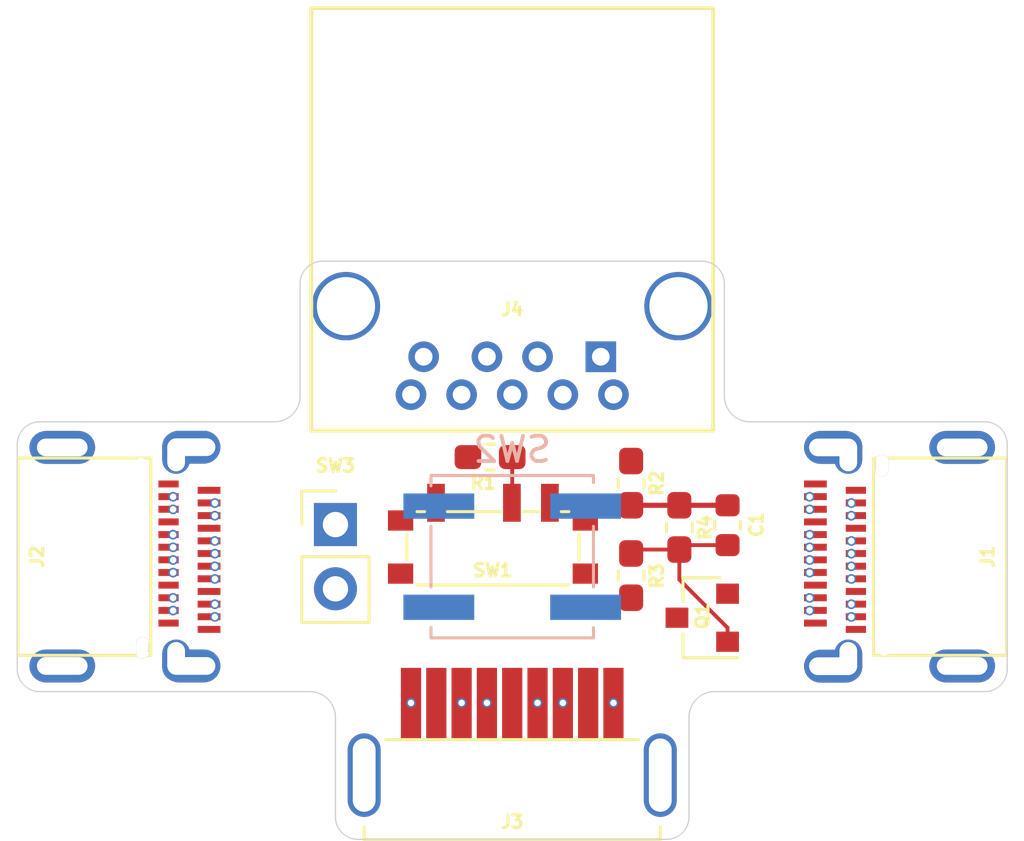
<source format=kicad_pcb>
(kicad_pcb (version 20171130) (host pcbnew 5.1.5+dfsg1-2build2)

  (general
    (thickness 1.6)
    (drawings 24)
    (tracks 50)
    (zones 0)
    (modules 13)
    (nets 25)
  )

  (page A4)
  (layers
    (0 F.Cu signal)
    (31 B.Cu signal)
    (32 B.Adhes user)
    (33 F.Adhes user)
    (34 B.Paste user)
    (35 F.Paste user)
    (36 B.SilkS user)
    (37 F.SilkS user)
    (38 B.Mask user)
    (39 F.Mask user)
    (40 Dwgs.User user)
    (41 Cmts.User user)
    (42 Eco1.User user)
    (43 Eco2.User user)
    (44 Edge.Cuts user)
    (45 Margin user)
    (46 B.CrtYd user)
    (47 F.CrtYd user)
    (48 B.Fab user)
    (49 F.Fab user)
  )

  (setup
    (last_trace_width 0.1524)
    (trace_clearance 0.16)
    (zone_clearance 0.508)
    (zone_45_only no)
    (trace_min 0.1524)
    (via_size 0.381)
    (via_drill 0.254)
    (via_min_size 0.381)
    (via_min_drill 0.254)
    (uvia_size 0.3)
    (uvia_drill 0.1)
    (uvias_allowed no)
    (uvia_min_size 0.2)
    (uvia_min_drill 0.1)
    (edge_width 0.05)
    (segment_width 0.1524)
    (pcb_text_width 0.3)
    (pcb_text_size 1.5 1.5)
    (mod_edge_width 0.12)
    (mod_text_size 1 1)
    (mod_text_width 0.15)
    (pad_size 1.524 1.524)
    (pad_drill 0.762)
    (pad_to_mask_clearance 0.051)
    (solder_mask_min_width 0.25)
    (aux_axis_origin 0 0)
    (visible_elements FFFFFF7F)
    (pcbplotparams
      (layerselection 0x010fc_ffffffff)
      (usegerberextensions false)
      (usegerberattributes false)
      (usegerberadvancedattributes false)
      (creategerberjobfile false)
      (excludeedgelayer true)
      (linewidth 0.100000)
      (plotframeref false)
      (viasonmask false)
      (mode 1)
      (useauxorigin false)
      (hpglpennumber 1)
      (hpglpenspeed 20)
      (hpglpendiameter 15.000000)
      (psnegative false)
      (psa4output false)
      (plotreference true)
      (plotvalue true)
      (plotinvisibletext false)
      (padsonsilk false)
      (subtractmaskfromsilk false)
      (outputformat 1)
      (mirror false)
      (drillshape 1)
      (scaleselection 1)
      (outputdirectory ""))
  )

  (net 0 "")
  (net 1 "Net-(C1-Pad2)")
  (net 2 VBUS)
  (net 3 "Net-(J1-PadB8)")
  (net 4 "Net-(J1-PadB2)")
  (net 5 "Net-(J1-PadB6)")
  (net 6 GND)
  (net 7 "Net-(J1-PadB11)")
  (net 8 "Net-(J1-PadB7)")
  (net 9 "Net-(J1-PadB5)")
  (net 10 "Net-(J1-PadB10)")
  (net 11 "Net-(J1-PadB3)")
  (net 12 "Net-(J1-PadA10)")
  (net 13 "Net-(J1-PadA11)")
  (net 14 "Net-(J1-PadA7)")
  (net 15 "Net-(J1-PadA8)")
  (net 16 "Net-(J1-PadA5)")
  (net 17 "Net-(J1-PadA6)")
  (net 18 "Net-(J1-PadA3)")
  (net 19 "Net-(J1-PadA2)")
  (net 20 SHIELD)
  (net 21 /VBUS_SINK)
  (net 22 "Net-(J2-PadA10)")
  (net 23 "Net-(R1-Pad2)")
  (net 24 "Net-(R2-Pad2)")

  (net_class Default "This is the default net class."
    (clearance 0.16)
    (trace_width 0.1524)
    (via_dia 0.381)
    (via_drill 0.254)
    (uvia_dia 0.3)
    (uvia_drill 0.1)
    (add_net "Net-(C1-Pad2)")
    (add_net "Net-(J1-PadA10)")
    (add_net "Net-(J1-PadA11)")
    (add_net "Net-(J1-PadA2)")
    (add_net "Net-(J1-PadA3)")
    (add_net "Net-(J1-PadA5)")
    (add_net "Net-(J1-PadA6)")
    (add_net "Net-(J1-PadA7)")
    (add_net "Net-(J1-PadA8)")
    (add_net "Net-(J1-PadB10)")
    (add_net "Net-(J1-PadB11)")
    (add_net "Net-(J1-PadB2)")
    (add_net "Net-(J1-PadB3)")
    (add_net "Net-(J1-PadB5)")
    (add_net "Net-(J1-PadB6)")
    (add_net "Net-(J1-PadB7)")
    (add_net "Net-(J1-PadB8)")
    (add_net "Net-(J2-PadA10)")
    (add_net "Net-(R1-Pad2)")
    (add_net "Net-(R2-Pad2)")
  )

  (net_class Power ""
    (clearance 0.16)
    (trace_width 0.2032)
    (via_dia 0.508)
    (via_drill 0.3302)
    (uvia_dia 0.3)
    (uvia_drill 0.1)
    (add_net /VBUS_SINK)
    (add_net GND)
    (add_net SHIELD)
    (add_net VBUS)
  )

  (module Connector_PinHeader_2.54mm:PinHeader_1x02_P2.54mm_Vertical (layer F.Cu) (tedit 59FED5CC) (tstamp 5FD6D91B)
    (at 145.415 101.6)
    (descr "Through hole straight pin header, 1x02, 2.54mm pitch, single row")
    (tags "Through hole pin header THT 1x02 2.54mm single row")
    (path /5FE36070)
    (fp_text reference SW3 (at 0 -2.33) (layer F.SilkS)
      (effects (font (size 0.5 0.5) (thickness 0.125)))
    )
    (fp_text value SW_Push (at 0 4.87) (layer F.Fab)
      (effects (font (size 1 1) (thickness 0.15)))
    )
    (fp_text user %R (at 0 1.27 90) (layer F.Fab)
      (effects (font (size 1 1) (thickness 0.15)))
    )
    (fp_line (start 1.8 -1.8) (end -1.8 -1.8) (layer F.CrtYd) (width 0.05))
    (fp_line (start 1.8 4.35) (end 1.8 -1.8) (layer F.CrtYd) (width 0.05))
    (fp_line (start -1.8 4.35) (end 1.8 4.35) (layer F.CrtYd) (width 0.05))
    (fp_line (start -1.8 -1.8) (end -1.8 4.35) (layer F.CrtYd) (width 0.05))
    (fp_line (start -1.33 -1.33) (end 0 -1.33) (layer F.SilkS) (width 0.12))
    (fp_line (start -1.33 0) (end -1.33 -1.33) (layer F.SilkS) (width 0.12))
    (fp_line (start -1.33 1.27) (end 1.33 1.27) (layer F.SilkS) (width 0.12))
    (fp_line (start 1.33 1.27) (end 1.33 3.87) (layer F.SilkS) (width 0.12))
    (fp_line (start -1.33 1.27) (end -1.33 3.87) (layer F.SilkS) (width 0.12))
    (fp_line (start -1.33 3.87) (end 1.33 3.87) (layer F.SilkS) (width 0.12))
    (fp_line (start -1.27 -0.635) (end -0.635 -1.27) (layer F.Fab) (width 0.1))
    (fp_line (start -1.27 3.81) (end -1.27 -0.635) (layer F.Fab) (width 0.1))
    (fp_line (start 1.27 3.81) (end -1.27 3.81) (layer F.Fab) (width 0.1))
    (fp_line (start 1.27 -1.27) (end 1.27 3.81) (layer F.Fab) (width 0.1))
    (fp_line (start -0.635 -1.27) (end 1.27 -1.27) (layer F.Fab) (width 0.1))
    (pad 2 thru_hole oval (at 0 2.54) (size 1.7 1.7) (drill 1) (layers *.Cu *.Mask)
      (net 1 "Net-(C1-Pad2)"))
    (pad 1 thru_hole rect (at 0 0) (size 1.7 1.7) (drill 1) (layers *.Cu *.Mask)
      (net 24 "Net-(R2-Pad2)"))
    (model ${KISYS3DMOD}/Connector_PinHeader_2.54mm.3dshapes/PinHeader_1x02_P2.54mm_Vertical.wrl
      (at (xyz 0 0 0))
      (scale (xyz 1 1 1))
      (rotate (xyz 0 0 0))
    )
  )

  (module Button_Switch_SMD:SW_Push_1P1T_NO_CK_KSC7xxJ (layer B.Cu) (tedit 5C63FE2A) (tstamp 5FD6C70F)
    (at 152.4 102.87)
    (descr "CK components KSC7 tactile switch https://www.ckswitches.com/media/1973/ksc7.pdf")
    (tags "tactile switch ksc7")
    (path /5F186D85)
    (attr smd)
    (fp_text reference SW2 (at 0 -4.24) (layer B.SilkS)
      (effects (font (size 1 1) (thickness 0.15)) (justify mirror))
    )
    (fp_text value SW_Push (at 0 4.23) (layer B.Fab)
      (effects (font (size 1 1) (thickness 0.15)) (justify mirror))
    )
    (fp_line (start -3.21 1.2) (end -3.21 -1.2) (layer B.SilkS) (width 0.12))
    (fp_line (start -3.21 3.21) (end -3.21 2.8) (layer B.SilkS) (width 0.12))
    (fp_line (start 3.21 3.21) (end -3.21 3.21) (layer B.SilkS) (width 0.12))
    (fp_line (start 3.21 2.8) (end 3.21 3.21) (layer B.SilkS) (width 0.12))
    (fp_line (start 3.21 -1.2) (end 3.21 1.2) (layer B.SilkS) (width 0.12))
    (fp_line (start 3.21 -3.21) (end 3.21 -2.93) (layer B.SilkS) (width 0.12))
    (fp_line (start -3.21 -3.21) (end 3.21 -3.21) (layer B.SilkS) (width 0.12))
    (fp_line (start -3.21 -2.8) (end -3.21 -3.21) (layer B.SilkS) (width 0.12))
    (fp_circle (center 0 0) (end 1.5 0) (layer B.Fab) (width 0.1))
    (fp_line (start -4.55 -3.35) (end -4.55 3.35) (layer B.CrtYd) (width 0.05))
    (fp_line (start 4.55 -3.35) (end -4.55 -3.35) (layer B.CrtYd) (width 0.05))
    (fp_line (start 4.55 3.35) (end 4.55 -3.35) (layer B.CrtYd) (width 0.05))
    (fp_line (start -4.55 3.35) (end 4.55 3.35) (layer B.CrtYd) (width 0.05))
    (fp_text user %R (at 0 0) (layer B.Fab)
      (effects (font (size 1 1) (thickness 0.15)) (justify mirror))
    )
    (fp_line (start -3.1 -3.1) (end -3.1 3.1) (layer B.Fab) (width 0.1))
    (fp_line (start 3.1 -3.1) (end -3.1 -3.1) (layer B.Fab) (width 0.1))
    (fp_line (start 3.1 3.1) (end 3.1 -3.1) (layer B.Fab) (width 0.1))
    (fp_line (start -3.1 3.1) (end 3.1 3.1) (layer B.Fab) (width 0.1))
    (pad 2 smd rect (at 2.9 -2) (size 2.8 1) (layers B.Cu B.Paste B.Mask)
      (net 1 "Net-(C1-Pad2)"))
    (pad 2 smd rect (at -2.9 -2) (size 2.8 1) (layers B.Cu B.Paste B.Mask)
      (net 1 "Net-(C1-Pad2)"))
    (pad 1 smd rect (at 2.9 2) (size 2.8 1) (layers B.Cu B.Paste B.Mask)
      (net 24 "Net-(R2-Pad2)"))
    (pad 1 smd rect (at -2.9 2) (size 2.8 1) (layers B.Cu B.Paste B.Mask)
      (net 24 "Net-(R2-Pad2)"))
    (model ${KISYS3DMOD}/Button_Switch_SMD.3dshapes/SW_push_1P1T_NO_CK_KSC7xxJxxx.wrl
      (at (xyz 0 0 0))
      (scale (xyz 1 1 1))
      (rotate (xyz 0 0 0))
    )
  )

  (module Button_Switch_SMD-Custom:SW_SPDT_MSS3-V-T_R (layer F.Cu) (tedit 5FCE0B48) (tstamp 5FD6C83D)
    (at 151.638 102.489)
    (descr "Slide Switch, SPDT, Surface Mount. http://www.farnell.com/datasheets/1599440.pdf")
    (path /5FD401C4)
    (attr smd)
    (fp_text reference SW1 (at -0.012 0.917) (layer F.SilkS)
      (effects (font (size 0.5 0.5) (thickness 0.125)))
    )
    (fp_text value EN_USBA (at 0 -3.81) (layer F.Fab)
      (effects (font (size 1 1) (thickness 0.15)))
    )
    (fp_line (start -3 1.5) (end 3 1.5) (layer F.SilkS) (width 0.12))
    (fp_line (start 3.4 -0.5) (end 3.4 0.5) (layer F.SilkS) (width 0.12))
    (fp_line (start -3.4 -0.5) (end -3.4 0.5) (layer F.SilkS) (width 0.12))
    (fp_line (start -2.7 -1.4) (end -3 -1.4) (layer F.SilkS) (width 0.12))
    (fp_line (start 0.3 -1.4) (end -1.8 -1.4) (layer F.SilkS) (width 0.12))
    (fp_line (start 1.4 -1.4) (end 1.5 -1.4) (layer F.SilkS) (width 0.12))
    (fp_line (start 1.3 -1.4) (end 1.4 -1.4) (layer F.SilkS) (width 0.12))
    (fp_line (start 1.2 -1.4) (end 1.3 -1.4) (layer F.SilkS) (width 0.12))
    (fp_line (start 1.8 -1.4) (end 1.2 -1.4) (layer F.SilkS) (width 0.12))
    (fp_line (start 2.7 -1.4) (end 3 -1.4) (layer F.SilkS) (width 0.12))
    (fp_line (start 1.5 1.6) (end 4.3 1.6) (layer F.CrtYd) (width 0.12))
    (fp_line (start 1.5 3.2) (end 1.5 1.6) (layer F.CrtYd) (width 0.12))
    (fp_line (start -1.5 3.2) (end 1.5 3.2) (layer F.CrtYd) (width 0.12))
    (fp_line (start -1.5 1.6) (end -1.5 3.2) (layer F.CrtYd) (width 0.12))
    (fp_line (start -4.3 1.6) (end -1.5 1.6) (layer F.CrtYd) (width 0.12))
    (fp_line (start 4.3 1.6) (end 4.3 -2.6) (layer F.CrtYd) (width 0.12))
    (fp_line (start -4.3 -2.6) (end -4.3 1.6) (layer F.CrtYd) (width 0.12))
    (fp_line (start 4.3 -2.6) (end -4.3 -2.6) (layer F.CrtYd) (width 0.12))
    (pad "" smd rect (at -3.65 1.05) (size 1 0.8) (layers F.Cu F.Paste F.Mask))
    (pad "" smd rect (at -3.65 -1.05) (size 1 0.8) (layers F.Cu F.Paste F.Mask))
    (pad 1 smd rect (at -2.25 -1.75) (size 0.7 1.5) (layers F.Cu F.Paste F.Mask)
      (net 16 "Net-(J1-PadA5)"))
    (pad 2 smd rect (at 0.75 -1.75) (size 0.7 1.5) (layers F.Cu F.Paste F.Mask)
      (net 23 "Net-(R1-Pad2)"))
    (pad 3 smd rect (at 2.25 -1.75) (size 0.7 1.5) (layers F.Cu F.Paste F.Mask))
    (pad "" np_thru_hole circle (at -1.5 0) (size 0.9 0.9) (drill 0.9) (layers *.Cu *.Mask))
    (pad "" np_thru_hole circle (at 1.5 0) (size 0.9 0.9) (drill 0.9) (layers *.Cu *.Mask))
    (pad "" smd rect (at 3.65 1.05) (size 1 0.8) (layers F.Cu F.Paste F.Mask))
    (pad "" smd rect (at 3.65 -1.05) (size 1 0.8) (layers F.Cu F.Paste F.Mask))
  )

  (module Resistor_SMD:R_0603_1608Metric_Pad1.05x0.95mm_HandSolder (layer F.Cu) (tedit 5B301BBD) (tstamp 5FD6C7BD)
    (at 159.004 101.713 270)
    (descr "Resistor SMD 0603 (1608 Metric), square (rectangular) end terminal, IPC_7351 nominal with elongated pad for handsoldering. (Body size source: http://www.tortai-tech.com/upload/download/2011102023233369053.pdf), generated with kicad-footprint-generator")
    (tags "resistor handsolder")
    (path /5F197CA2)
    (attr smd)
    (fp_text reference R4 (at 0 -1.016 90) (layer F.SilkS)
      (effects (font (size 0.5 0.5) (thickness 0.125)))
    )
    (fp_text value 1.5M (at 0 1.43 90) (layer F.Fab)
      (effects (font (size 1 1) (thickness 0.15)))
    )
    (fp_line (start -0.8 0.4) (end -0.8 -0.4) (layer F.Fab) (width 0.1))
    (fp_line (start -0.8 -0.4) (end 0.8 -0.4) (layer F.Fab) (width 0.1))
    (fp_line (start 0.8 -0.4) (end 0.8 0.4) (layer F.Fab) (width 0.1))
    (fp_line (start 0.8 0.4) (end -0.8 0.4) (layer F.Fab) (width 0.1))
    (fp_line (start -0.171267 -0.51) (end 0.171267 -0.51) (layer F.SilkS) (width 0.12))
    (fp_line (start -0.171267 0.51) (end 0.171267 0.51) (layer F.SilkS) (width 0.12))
    (fp_line (start -1.65 0.73) (end -1.65 -0.73) (layer F.CrtYd) (width 0.05))
    (fp_line (start -1.65 -0.73) (end 1.65 -0.73) (layer F.CrtYd) (width 0.05))
    (fp_line (start 1.65 -0.73) (end 1.65 0.73) (layer F.CrtYd) (width 0.05))
    (fp_line (start 1.65 0.73) (end -1.65 0.73) (layer F.CrtYd) (width 0.05))
    (fp_text user %R (at 0 0 90) (layer F.Fab)
      (effects (font (size 0.4 0.4) (thickness 0.06)))
    )
    (pad 1 smd roundrect (at -0.875 0 270) (size 1.05 0.95) (layers F.Cu F.Paste F.Mask) (roundrect_rratio 0.25)
      (net 2 VBUS))
    (pad 2 smd roundrect (at 0.875 0 270) (size 1.05 0.95) (layers F.Cu F.Paste F.Mask) (roundrect_rratio 0.25)
      (net 1 "Net-(C1-Pad2)"))
    (model ${KISYS3DMOD}/Resistor_SMD.3dshapes/R_0603_1608Metric.wrl
      (at (xyz 0 0 0))
      (scale (xyz 1 1 1))
      (rotate (xyz 0 0 0))
    )
  )

  (module Resistor_SMD:R_0603_1608Metric_Pad1.05x0.95mm_HandSolder (layer F.Cu) (tedit 5B301BBD) (tstamp 5FD6C787)
    (at 157.099 103.618 270)
    (descr "Resistor SMD 0603 (1608 Metric), square (rectangular) end terminal, IPC_7351 nominal with elongated pad for handsoldering. (Body size source: http://www.tortai-tech.com/upload/download/2011102023233369053.pdf), generated with kicad-footprint-generator")
    (tags "resistor handsolder")
    (path /5F1CDC44)
    (attr smd)
    (fp_text reference R3 (at 0.014 -1.016 90) (layer F.SilkS)
      (effects (font (size 0.5 0.5) (thickness 0.125)))
    )
    (fp_text value 1M (at 0 1.43 90) (layer F.Fab)
      (effects (font (size 1 1) (thickness 0.15)))
    )
    (fp_line (start -0.8 0.4) (end -0.8 -0.4) (layer F.Fab) (width 0.1))
    (fp_line (start -0.8 -0.4) (end 0.8 -0.4) (layer F.Fab) (width 0.1))
    (fp_line (start 0.8 -0.4) (end 0.8 0.4) (layer F.Fab) (width 0.1))
    (fp_line (start 0.8 0.4) (end -0.8 0.4) (layer F.Fab) (width 0.1))
    (fp_line (start -0.171267 -0.51) (end 0.171267 -0.51) (layer F.SilkS) (width 0.12))
    (fp_line (start -0.171267 0.51) (end 0.171267 0.51) (layer F.SilkS) (width 0.12))
    (fp_line (start -1.65 0.73) (end -1.65 -0.73) (layer F.CrtYd) (width 0.05))
    (fp_line (start -1.65 -0.73) (end 1.65 -0.73) (layer F.CrtYd) (width 0.05))
    (fp_line (start 1.65 -0.73) (end 1.65 0.73) (layer F.CrtYd) (width 0.05))
    (fp_line (start 1.65 0.73) (end -1.65 0.73) (layer F.CrtYd) (width 0.05))
    (fp_text user %R (at 0 0 90) (layer F.Fab)
      (effects (font (size 0.4 0.4) (thickness 0.06)))
    )
    (pad 1 smd roundrect (at -0.875 0 270) (size 1.05 0.95) (layers F.Cu F.Paste F.Mask) (roundrect_rratio 0.25)
      (net 1 "Net-(C1-Pad2)"))
    (pad 2 smd roundrect (at 0.875 0 270) (size 1.05 0.95) (layers F.Cu F.Paste F.Mask) (roundrect_rratio 0.25)
      (net 6 GND))
    (model ${KISYS3DMOD}/Resistor_SMD.3dshapes/R_0603_1608Metric.wrl
      (at (xyz 0 0 0))
      (scale (xyz 1 1 1))
      (rotate (xyz 0 0 0))
    )
  )

  (module Resistor_SMD:R_0603_1608Metric_Pad1.05x0.95mm_HandSolder (layer F.Cu) (tedit 5B301BBD) (tstamp 5FD6C754)
    (at 157.099 99.963 90)
    (descr "Resistor SMD 0603 (1608 Metric), square (rectangular) end terminal, IPC_7351 nominal with elongated pad for handsoldering. (Body size source: http://www.tortai-tech.com/upload/download/2011102023233369053.pdf), generated with kicad-footprint-generator")
    (tags "resistor handsolder")
    (path /5F199070)
    (attr smd)
    (fp_text reference R2 (at 0 1.016 90) (layer F.SilkS)
      (effects (font (size 0.5 0.5) (thickness 0.125)))
    )
    (fp_text value 40k (at 0 1.43 90) (layer F.Fab)
      (effects (font (size 1 1) (thickness 0.15)))
    )
    (fp_line (start -0.8 0.4) (end -0.8 -0.4) (layer F.Fab) (width 0.1))
    (fp_line (start -0.8 -0.4) (end 0.8 -0.4) (layer F.Fab) (width 0.1))
    (fp_line (start 0.8 -0.4) (end 0.8 0.4) (layer F.Fab) (width 0.1))
    (fp_line (start 0.8 0.4) (end -0.8 0.4) (layer F.Fab) (width 0.1))
    (fp_line (start -0.171267 -0.51) (end 0.171267 -0.51) (layer F.SilkS) (width 0.12))
    (fp_line (start -0.171267 0.51) (end 0.171267 0.51) (layer F.SilkS) (width 0.12))
    (fp_line (start -1.65 0.73) (end -1.65 -0.73) (layer F.CrtYd) (width 0.05))
    (fp_line (start -1.65 -0.73) (end 1.65 -0.73) (layer F.CrtYd) (width 0.05))
    (fp_line (start 1.65 -0.73) (end 1.65 0.73) (layer F.CrtYd) (width 0.05))
    (fp_line (start 1.65 0.73) (end -1.65 0.73) (layer F.CrtYd) (width 0.05))
    (fp_text user %R (at 0 0 90) (layer F.Fab)
      (effects (font (size 0.4 0.4) (thickness 0.06)))
    )
    (pad 1 smd roundrect (at -0.875 0 90) (size 1.05 0.95) (layers F.Cu F.Paste F.Mask) (roundrect_rratio 0.25)
      (net 2 VBUS))
    (pad 2 smd roundrect (at 0.875 0 90) (size 1.05 0.95) (layers F.Cu F.Paste F.Mask) (roundrect_rratio 0.25)
      (net 24 "Net-(R2-Pad2)"))
    (model ${KISYS3DMOD}/Resistor_SMD.3dshapes/R_0603_1608Metric.wrl
      (at (xyz 0 0 0))
      (scale (xyz 1 1 1))
      (rotate (xyz 0 0 0))
    )
  )

  (module Resistor_SMD:R_0603_1608Metric_Pad1.05x0.95mm_HandSolder (layer F.Cu) (tedit 5B301BBD) (tstamp 5FD6C64C)
    (at 151.525 98.933)
    (descr "Resistor SMD 0603 (1608 Metric), square (rectangular) end terminal, IPC_7351 nominal with elongated pad for handsoldering. (Body size source: http://www.tortai-tech.com/upload/download/2011102023233369053.pdf), generated with kicad-footprint-generator")
    (tags "resistor handsolder")
    (path /5FD50642)
    (attr smd)
    (fp_text reference R1 (at -0.268 1.016) (layer F.SilkS)
      (effects (font (size 0.5 0.5) (thickness 0.125)))
    )
    (fp_text value 5.1k (at 0 1.43) (layer F.Fab)
      (effects (font (size 1 1) (thickness 0.15)))
    )
    (fp_text user %R (at 0 0) (layer F.Fab)
      (effects (font (size 0.4 0.4) (thickness 0.06)))
    )
    (fp_line (start 1.65 0.73) (end -1.65 0.73) (layer F.CrtYd) (width 0.05))
    (fp_line (start 1.65 -0.73) (end 1.65 0.73) (layer F.CrtYd) (width 0.05))
    (fp_line (start -1.65 -0.73) (end 1.65 -0.73) (layer F.CrtYd) (width 0.05))
    (fp_line (start -1.65 0.73) (end -1.65 -0.73) (layer F.CrtYd) (width 0.05))
    (fp_line (start -0.171267 0.51) (end 0.171267 0.51) (layer F.SilkS) (width 0.12))
    (fp_line (start -0.171267 -0.51) (end 0.171267 -0.51) (layer F.SilkS) (width 0.12))
    (fp_line (start 0.8 0.4) (end -0.8 0.4) (layer F.Fab) (width 0.1))
    (fp_line (start 0.8 -0.4) (end 0.8 0.4) (layer F.Fab) (width 0.1))
    (fp_line (start -0.8 -0.4) (end 0.8 -0.4) (layer F.Fab) (width 0.1))
    (fp_line (start -0.8 0.4) (end -0.8 -0.4) (layer F.Fab) (width 0.1))
    (pad 2 smd roundrect (at 0.875 0) (size 1.05 0.95) (layers F.Cu F.Paste F.Mask) (roundrect_rratio 0.25)
      (net 23 "Net-(R1-Pad2)"))
    (pad 1 smd roundrect (at -0.875 0) (size 1.05 0.95) (layers F.Cu F.Paste F.Mask) (roundrect_rratio 0.25)
      (net 6 GND))
    (model ${KISYS3DMOD}/Resistor_SMD.3dshapes/R_0603_1608Metric.wrl
      (at (xyz 0 0 0))
      (scale (xyz 1 1 1))
      (rotate (xyz 0 0 0))
    )
  )

  (module Package_TO_SOT_SMD:SOT-23 (layer F.Cu) (tedit 5A02FF57) (tstamp 5FD6C689)
    (at 159.909 105.283 180)
    (descr "SOT-23, Standard")
    (tags SOT-23)
    (path /5F1BFDC6)
    (attr smd)
    (fp_text reference Q1 (at 0 0.066 90) (layer F.SilkS)
      (effects (font (size 0.5 0.5) (thickness 0.125)))
    )
    (fp_text value SI2393DS (at 0 2.5) (layer F.Fab)
      (effects (font (size 1 1) (thickness 0.15)))
    )
    (fp_text user %R (at 0 0 90) (layer F.Fab)
      (effects (font (size 0.5 0.5) (thickness 0.075)))
    )
    (fp_line (start -0.7 -0.95) (end -0.7 1.5) (layer F.Fab) (width 0.1))
    (fp_line (start -0.15 -1.52) (end 0.7 -1.52) (layer F.Fab) (width 0.1))
    (fp_line (start -0.7 -0.95) (end -0.15 -1.52) (layer F.Fab) (width 0.1))
    (fp_line (start 0.7 -1.52) (end 0.7 1.52) (layer F.Fab) (width 0.1))
    (fp_line (start -0.7 1.52) (end 0.7 1.52) (layer F.Fab) (width 0.1))
    (fp_line (start 0.76 1.58) (end 0.76 0.65) (layer F.SilkS) (width 0.12))
    (fp_line (start 0.76 -1.58) (end 0.76 -0.65) (layer F.SilkS) (width 0.12))
    (fp_line (start -1.7 -1.75) (end 1.7 -1.75) (layer F.CrtYd) (width 0.05))
    (fp_line (start 1.7 -1.75) (end 1.7 1.75) (layer F.CrtYd) (width 0.05))
    (fp_line (start 1.7 1.75) (end -1.7 1.75) (layer F.CrtYd) (width 0.05))
    (fp_line (start -1.7 1.75) (end -1.7 -1.75) (layer F.CrtYd) (width 0.05))
    (fp_line (start 0.76 -1.58) (end -1.4 -1.58) (layer F.SilkS) (width 0.12))
    (fp_line (start 0.76 1.58) (end -0.7 1.58) (layer F.SilkS) (width 0.12))
    (pad 1 smd rect (at -1 -0.95 180) (size 0.9 0.8) (layers F.Cu F.Paste F.Mask)
      (net 1 "Net-(C1-Pad2)"))
    (pad 2 smd rect (at -1 0.95 180) (size 0.9 0.8) (layers F.Cu F.Paste F.Mask)
      (net 2 VBUS))
    (pad 3 smd rect (at 1 0 180) (size 0.9 0.8) (layers F.Cu F.Paste F.Mask)
      (net 21 /VBUS_SINK))
    (model ${KISYS3DMOD}/Package_TO_SOT_SMD.3dshapes/SOT-23.wrl
      (at (xyz 0 0 0))
      (scale (xyz 1 1 1))
      (rotate (xyz 0 0 0))
    )
  )

  (module Connector_USB-Custom:USB_A_Receptacle_Amphenol_10117835 (layer F.Cu) (tedit 5FD6207C) (tstamp 5FD6C6C7)
    (at 152.4 89.535 180)
    (path /5FD908A9)
    (fp_text reference J4 (at 0 -3.556) (layer F.SilkS)
      (effects (font (size 0.5 0.5) (thickness 0.125)))
    )
    (fp_text value USB3_A_Receptacle (at 0 -9.525) (layer F.Fab)
      (effects (font (size 1 1) (thickness 0.15)))
    )
    (fp_line (start -7.94 -8.35) (end 7.94 -8.35) (layer F.SilkS) (width 0.15))
    (fp_line (start 7.94 -8.35) (end 7.94 8.35) (layer F.SilkS) (width 0.15))
    (fp_line (start 7.94 8.35) (end -7.94 8.35) (layer F.SilkS) (width 0.15))
    (fp_line (start -7.94 8.35) (end -7.94 -8.35) (layer F.SilkS) (width 0.15))
    (fp_line (start -8.2 -8.6) (end 8.2 -8.6) (layer F.CrtYd) (width 0.15))
    (fp_line (start 8.2 -8.6) (end 8.2 8.6) (layer F.CrtYd) (width 0.15))
    (fp_line (start 8.2 8.6) (end -8.2 8.6) (layer F.CrtYd) (width 0.15))
    (fp_line (start -8.2 8.6) (end -8.2 -8.6) (layer F.CrtYd) (width 0.15))
    (pad 1 thru_hole rect (at -3.5 -5.43 180) (size 1.208 1.208) (drill 0.7) (layers *.Cu *.Mask)
      (net 21 /VBUS_SINK))
    (pad 2 thru_hole circle (at -1 -5.43 180) (size 1.208 1.208) (drill 0.7) (layers *.Cu *.Mask)
      (net 14 "Net-(J1-PadA7)"))
    (pad 4 thru_hole circle (at 3.5 -5.43 180) (size 1.208 1.208) (drill 0.7) (layers *.Cu *.Mask)
      (net 6 GND))
    (pad 3 thru_hole circle (at 1 -5.43 180) (size 1.208 1.208) (drill 0.7) (layers *.Cu *.Mask)
      (net 17 "Net-(J1-PadA6)"))
    (pad 5 thru_hole circle (at 4 -6.93 180) (size 1.208 1.208) (drill 0.7) (layers *.Cu *.Mask)
      (net 10 "Net-(J1-PadB10)"))
    (pad 6 thru_hole circle (at 2 -6.93 180) (size 1.208 1.208) (drill 0.7) (layers *.Cu *.Mask)
      (net 7 "Net-(J1-PadB11)"))
    (pad 7 thru_hole circle (at 0 -6.93 180) (size 1.208 1.208) (drill 0.7) (layers *.Cu *.Mask)
      (net 6 GND))
    (pad 8 thru_hole circle (at -2 -6.93 180) (size 1.208 1.208) (drill 0.7) (layers *.Cu *.Mask)
      (net 18 "Net-(J1-PadA3)"))
    (pad 9 thru_hole circle (at -4 -6.93 180) (size 1.208 1.208) (drill 0.7) (layers *.Cu *.Mask)
      (net 19 "Net-(J1-PadA2)"))
    (pad 10 thru_hole circle (at -6.57 -3.43 180) (size 2.7 2.7) (drill 2.3) (layers *.Cu *.Mask)
      (net 20 SHIELD))
    (pad 10 thru_hole circle (at 6.57 -3.43 180) (size 2.7 2.7) (drill 2.3) (layers *.Cu *.Mask)
      (net 20 SHIELD))
    (model ${KIPRJMOD}/library/Connector_USB.3dshapes/USB_A_Receptacle_Amphenol_10117835.stp
      (offset (xyz 0 7.6 6.6))
      (scale (xyz 1 1 1))
      (rotate (xyz 180 0 0))
    )
  )

  (module Connector_USB-Custom:USB_A_Plug_Amphenol_GSB3164x1CEU (layer F.Cu) (tedit 5FD63F16) (tstamp 5FD6C60D)
    (at 152.4 111.506)
    (path /5FDACC9B)
    (attr smd)
    (fp_text reference J3 (at 0 1.85) (layer F.SilkS)
      (effects (font (size 0.5 0.5) (thickness 0.125)))
    )
    (fp_text value USB3_A_Plug (at 0 -5.08) (layer F.Fab)
      (effects (font (size 1 1) (thickness 0.15)))
    )
    (fp_line (start -5.85 2.55) (end 5.85 2.55) (layer F.SilkS) (width 0.12))
    (fp_line (start -5 -1.4) (end 5 -1.4) (layer F.SilkS) (width 0.12))
    (fp_line (start 5.85 2.55) (end 5.85 2.05) (layer F.SilkS) (width 0.12))
    (fp_line (start -5.85 2.55) (end -5.85 2.05) (layer F.SilkS) (width 0.12))
    (fp_line (start -6.5 -4.25) (end -6.5 2.55) (layer F.CrtYd) (width 0.12))
    (fp_line (start 6.5 -4.25) (end -6.5 -4.25) (layer F.CrtYd) (width 0.12))
    (fp_line (start 6.5 2.55) (end 6.5 -4.25) (layer F.CrtYd) (width 0.12))
    (fp_line (start -6.5 2.55) (end 6.5 2.55) (layer F.CrtYd) (width 0.12))
    (pad "" np_thru_hole circle (at -2.25 0) (size 1.2 1.2) (drill 1.2) (layers *.Cu *.Mask))
    (pad "" np_thru_hole circle (at 2.25 0) (size 1.2 1.2) (drill 1.2) (layers *.Cu *.Mask))
    (pad 2 smd rect (at 1 -2.85) (size 0.8 2.78) (layers F.Cu F.Paste F.Mask)
      (net 14 "Net-(J1-PadA7)"))
    (pad 1 smd rect (at 3 -2.85) (size 0.8 2.78) (layers F.Cu F.Paste F.Mask)
      (net 2 VBUS))
    (pad 8 smd rect (at 2 -2.85) (size 0.8 2.78) (layers F.Cu F.Paste F.Mask)
      (net 18 "Net-(J1-PadA3)"))
    (pad 9 smd rect (at 4 -2.85) (size 0.8 2.78) (layers F.Cu F.Paste F.Mask)
      (net 19 "Net-(J1-PadA2)"))
    (pad 5 smd rect (at -4 -2.85) (size 0.8 2.78) (layers F.Cu F.Paste F.Mask)
      (net 10 "Net-(J1-PadB10)"))
    (pad 4 smd rect (at -3 -2.85) (size 0.8 2.78) (layers F.Cu F.Paste F.Mask)
      (net 6 GND))
    (pad 6 smd rect (at -2 -2.85) (size 0.8 2.78) (layers F.Cu F.Paste F.Mask)
      (net 7 "Net-(J1-PadB11)"))
    (pad 3 smd rect (at -1 -2.85) (size 0.8 2.78) (layers F.Cu F.Paste F.Mask)
      (net 17 "Net-(J1-PadA6)"))
    (pad 7 smd rect (at 0 -2.85) (size 0.8 2.78) (layers F.Cu F.Paste F.Mask)
      (net 6 GND))
    (pad 10 thru_hole oval (at 5.85 0) (size 1.3 3.3) (drill oval 0.9 2.9) (layers *.Cu *.Mask)
      (net 20 SHIELD))
    (pad 10 thru_hole oval (at -5.85 0) (size 1.3 3.3) (drill oval 0.9 2.9) (layers *.Cu *.Mask)
      (net 20 SHIELD))
    (model ${KIPRJMOD}/library/Connector_USB.3dshapes/USB_A_Plug_Amphenol_GSB3164x1CEU.stp
      (offset (xyz 0.1 -8.1 1.5))
      (scale (xyz 1 1 1))
      (rotate (xyz 0 0 180))
    )
  )

  (module Connector_USB-Custom:USB_C_Receptacle_Amphenol_10137065 (layer F.Cu) (tedit 5FD6293B) (tstamp 5FD6C516)
    (at 134.62 102.87 270)
    (path /5F157FC7)
    (attr smd)
    (fp_text reference J2 (at 0 1 90) (layer F.SilkS)
      (effects (font (size 0.5 0.5) (thickness 0.125)))
    )
    (fp_text value USB_C_PowerSink (at 0 -7 90) (layer F.Fab)
      (effects (font (size 1 1) (thickness 0.15)))
    )
    (fp_line (start 4.95 -3.8) (end -4.95 -3.8) (layer Cmts.User) (width 0.05))
    (fp_line (start 4.95 -4.6) (end -4.95 -4.6) (layer Cmts.User) (width 0.05))
    (fp_line (start 4.95 -5.35) (end -4.95 -5.35) (layer Cmts.User) (width 0.05))
    (fp_line (start -3.9 -3.5) (end 3.9 -3.5) (layer F.SilkS) (width 0.12))
    (fp_line (start 3.9 -3.5) (end 3.9 1.75) (layer F.SilkS) (width 0.12))
    (fp_line (start 3.9 1.75) (end -3.9 1.75) (layer F.SilkS) (width 0.12))
    (fp_line (start -3.9 1.75) (end -3.9 -3.5) (layer F.SilkS) (width 0.12))
    (fp_line (start -4.7 -3.1) (end 4.4 -3.1) (layer Cmts.User) (width 0.12))
    (fp_line (start -3.6 -5.4) (end -3.6 2.4) (layer Cmts.User) (width 0.12))
    (fp_line (start 4.95 -6.25) (end -4.95 -6.25) (layer Cmts.User) (width 0.05))
    (pad B9 smd rect (at -1.375 -4.2 270) (size 0.275 0.8) (layers F.Cu F.Paste F.Mask)
      (net 21 /VBUS_SINK))
    (pad B4 smd rect (at 1.125 -4.2 270) (size 0.275 0.8) (layers F.Cu F.Paste F.Mask)
      (net 21 /VBUS_SINK))
    (pad B8 smd rect (at -0.875 -4.2 270) (size 0.275 0.8) (layers F.Cu F.Paste F.Mask)
      (net 3 "Net-(J1-PadB8)"))
    (pad B2 smd rect (at 2.125 -4.2 270) (size 0.275 0.8) (layers F.Cu F.Paste F.Mask)
      (net 4 "Net-(J1-PadB2)"))
    (pad B6 smd rect (at 0.125 -4.2 270) (size 0.275 0.8) (layers F.Cu F.Paste F.Mask)
      (net 5 "Net-(J1-PadB6)"))
    (pad B12 smd rect (at -2.875 -4.2 270) (size 0.275 0.8) (layers F.Cu F.Paste F.Mask)
      (net 6 GND))
    (pad B1 smd rect (at 2.625 -4.2 270) (size 0.275 0.8) (layers F.Cu F.Paste F.Mask)
      (net 6 GND))
    (pad B11 smd rect (at -2.375 -4.2 270) (size 0.275 0.8) (layers F.Cu F.Paste F.Mask)
      (net 7 "Net-(J1-PadB11)"))
    (pad B7 smd rect (at -0.375 -4.2 270) (size 0.275 0.8) (layers F.Cu F.Paste F.Mask)
      (net 8 "Net-(J1-PadB7)"))
    (pad B5 smd rect (at 0.625 -4.2 270) (size 0.275 0.8) (layers F.Cu F.Paste F.Mask)
      (net 9 "Net-(J1-PadB5)"))
    (pad B10 smd rect (at -1.875 -4.2 270) (size 0.275 0.8) (layers F.Cu F.Paste F.Mask)
      (net 10 "Net-(J1-PadB10)"))
    (pad B3 smd rect (at 1.625 -4.2 270) (size 0.275 0.8) (layers F.Cu F.Paste F.Mask)
      (net 11 "Net-(J1-PadB3)"))
    (pad A10 smd rect (at 1.875 -5.8 270) (size 0.275 0.9) (layers F.Cu F.Paste F.Mask)
      (net 22 "Net-(J2-PadA10)"))
    (pad A11 smd rect (at 2.375 -5.8 270) (size 0.275 0.9) (layers F.Cu F.Paste F.Mask)
      (net 13 "Net-(J1-PadA11)"))
    (pad A7 smd rect (at 0.375 -5.8 270) (size 0.275 0.9) (layers F.Cu F.Paste F.Mask)
      (net 14 "Net-(J1-PadA7)"))
    (pad A8 smd rect (at 0.875 -5.8 270) (size 0.275 0.9) (layers F.Cu F.Paste F.Mask)
      (net 15 "Net-(J1-PadA8)"))
    (pad A12 smd rect (at 2.875 -5.8 270) (size 0.275 0.9) (layers F.Cu F.Paste F.Mask)
      (net 6 GND))
    (pad A9 smd rect (at 1.375 -5.8 270) (size 0.275 0.9) (layers F.Cu F.Paste F.Mask)
      (net 21 /VBUS_SINK))
    (pad A4 smd rect (at -1.125 -5.8 270) (size 0.275 0.9) (layers F.Cu F.Paste F.Mask)
      (net 21 /VBUS_SINK))
    (pad A5 smd rect (at -0.625 -5.8 270) (size 0.275 0.9) (layers F.Cu F.Paste F.Mask)
      (net 16 "Net-(J1-PadA5)"))
    (pad A6 smd rect (at -0.125 -5.8 270) (size 0.275 0.9) (layers F.Cu F.Paste F.Mask)
      (net 17 "Net-(J1-PadA6)"))
    (pad A3 smd rect (at -1.625 -5.8 270) (size 0.275 0.9) (layers F.Cu F.Paste F.Mask)
      (net 18 "Net-(J1-PadA3)"))
    (pad A2 smd rect (at -2.125 -5.8 270) (size 0.275 0.9) (layers F.Cu F.Paste F.Mask)
      (net 19 "Net-(J1-PadA2)"))
    (pad A1 smd rect (at -2.625 -5.8 270) (size 0.275 0.9) (layers F.Cu F.Paste F.Mask)
      (net 6 GND))
    (pad S1 thru_hole roundrect (at 4 -4.5 270) (size 1.65 1.1) (drill oval 1.25 0.7 (offset 0.1 0)) (layers *.Cu *.Mask) (roundrect_rratio 0.5)
      (net 20 SHIELD))
    (pad S1 thru_hole roundrect (at -4.32 0 270) (size 1.3 2.6) (drill oval 0.7 2) (layers *.Cu *.Mask) (roundrect_rratio 0.5)
      (net 20 SHIELD))
    (pad S1 thru_hole roundrect (at 4.32 0 270) (size 1.3 2.6) (drill oval 0.7 2) (layers *.Cu *.Mask) (roundrect_rratio 0.5)
      (net 20 SHIELD))
    (pad "" np_thru_hole circle (at -3.6 -3.1 270) (size 0.6 0.6) (drill 0.6) (layers *.Cu *.Mask))
    (pad "" np_thru_hole roundrect (at 3.6 -3.165 270) (size 0.85 0.5) (drill oval 0.85 0.5) (layers *.Cu *.Mask) (roundrect_rratio 0.5))
    (pad S1 thru_hole roundrect (at -4.33 -5.1 270) (size 1.3 2.3) (drill oval 0.7 1.9) (layers *.Cu *.Mask) (roundrect_rratio 0.5)
      (net 20 SHIELD))
    (pad S1 thru_hole roundrect (at 4.32 -5.1 270) (size 1.3 2.3) (drill oval 0.7 1.9) (layers *.Cu *.Mask) (roundrect_rratio 0.5)
      (net 20 SHIELD))
    (pad S1 thru_hole roundrect (at -4 -4.5 270) (size 1.65 1.1) (drill oval 1.25 0.7 (offset -0.1 0)) (layers *.Cu *.Mask) (roundrect_rratio 0.5)
      (net 20 SHIELD))
    (model ${KIPRJMOD}/library/Connector_USB.3dshapes/USB_C_Receptacle_Amphenol_10137065.stp
      (offset (xyz -4.15 -2 -0.6))
      (scale (xyz 1 1 1))
      (rotate (xyz -90 0 0))
    )
  )

  (module Connector_USB-Custom:USB_C_Receptacle_Amphenol_10137065 (layer F.Cu) (tedit 5FD6293B) (tstamp 5FD6C59D)
    (at 170.18 102.87 90)
    (path /5F1528AF)
    (attr smd)
    (fp_text reference J1 (at 0 1 90) (layer F.SilkS)
      (effects (font (size 0.5 0.5) (thickness 0.125)))
    )
    (fp_text value USB_C_PowerSource (at 0 -7 90) (layer F.Fab)
      (effects (font (size 1 1) (thickness 0.15)))
    )
    (fp_line (start 4.95 -3.8) (end -4.95 -3.8) (layer Cmts.User) (width 0.05))
    (fp_line (start 4.95 -4.6) (end -4.95 -4.6) (layer Cmts.User) (width 0.05))
    (fp_line (start 4.95 -5.35) (end -4.95 -5.35) (layer Cmts.User) (width 0.05))
    (fp_line (start -3.9 -3.5) (end 3.9 -3.5) (layer F.SilkS) (width 0.12))
    (fp_line (start 3.9 -3.5) (end 3.9 1.75) (layer F.SilkS) (width 0.12))
    (fp_line (start 3.9 1.75) (end -3.9 1.75) (layer F.SilkS) (width 0.12))
    (fp_line (start -3.9 1.75) (end -3.9 -3.5) (layer F.SilkS) (width 0.12))
    (fp_line (start -4.7 -3.1) (end 4.4 -3.1) (layer Cmts.User) (width 0.12))
    (fp_line (start -3.6 -5.4) (end -3.6 2.4) (layer Cmts.User) (width 0.12))
    (fp_line (start 4.95 -6.25) (end -4.95 -6.25) (layer Cmts.User) (width 0.05))
    (pad B9 smd rect (at -1.375 -4.2 90) (size 0.275 0.8) (layers F.Cu F.Paste F.Mask)
      (net 2 VBUS))
    (pad B4 smd rect (at 1.125 -4.2 90) (size 0.275 0.8) (layers F.Cu F.Paste F.Mask)
      (net 2 VBUS))
    (pad B8 smd rect (at -0.875 -4.2 90) (size 0.275 0.8) (layers F.Cu F.Paste F.Mask)
      (net 3 "Net-(J1-PadB8)"))
    (pad B2 smd rect (at 2.125 -4.2 90) (size 0.275 0.8) (layers F.Cu F.Paste F.Mask)
      (net 4 "Net-(J1-PadB2)"))
    (pad B6 smd rect (at 0.125 -4.2 90) (size 0.275 0.8) (layers F.Cu F.Paste F.Mask)
      (net 5 "Net-(J1-PadB6)"))
    (pad B12 smd rect (at -2.875 -4.2 90) (size 0.275 0.8) (layers F.Cu F.Paste F.Mask)
      (net 6 GND))
    (pad B1 smd rect (at 2.625 -4.2 90) (size 0.275 0.8) (layers F.Cu F.Paste F.Mask)
      (net 6 GND))
    (pad B11 smd rect (at -2.375 -4.2 90) (size 0.275 0.8) (layers F.Cu F.Paste F.Mask)
      (net 7 "Net-(J1-PadB11)"))
    (pad B7 smd rect (at -0.375 -4.2 90) (size 0.275 0.8) (layers F.Cu F.Paste F.Mask)
      (net 8 "Net-(J1-PadB7)"))
    (pad B5 smd rect (at 0.625 -4.2 90) (size 0.275 0.8) (layers F.Cu F.Paste F.Mask)
      (net 9 "Net-(J1-PadB5)"))
    (pad B10 smd rect (at -1.875 -4.2 90) (size 0.275 0.8) (layers F.Cu F.Paste F.Mask)
      (net 10 "Net-(J1-PadB10)"))
    (pad B3 smd rect (at 1.625 -4.2 90) (size 0.275 0.8) (layers F.Cu F.Paste F.Mask)
      (net 11 "Net-(J1-PadB3)"))
    (pad A10 smd rect (at 1.875 -5.8 90) (size 0.275 0.9) (layers F.Cu F.Paste F.Mask)
      (net 12 "Net-(J1-PadA10)"))
    (pad A11 smd rect (at 2.375 -5.8 90) (size 0.275 0.9) (layers F.Cu F.Paste F.Mask)
      (net 13 "Net-(J1-PadA11)"))
    (pad A7 smd rect (at 0.375 -5.8 90) (size 0.275 0.9) (layers F.Cu F.Paste F.Mask)
      (net 14 "Net-(J1-PadA7)"))
    (pad A8 smd rect (at 0.875 -5.8 90) (size 0.275 0.9) (layers F.Cu F.Paste F.Mask)
      (net 15 "Net-(J1-PadA8)"))
    (pad A12 smd rect (at 2.875 -5.8 90) (size 0.275 0.9) (layers F.Cu F.Paste F.Mask)
      (net 6 GND))
    (pad A9 smd rect (at 1.375 -5.8 90) (size 0.275 0.9) (layers F.Cu F.Paste F.Mask)
      (net 2 VBUS))
    (pad A4 smd rect (at -1.125 -5.8 90) (size 0.275 0.9) (layers F.Cu F.Paste F.Mask)
      (net 2 VBUS))
    (pad A5 smd rect (at -0.625 -5.8 90) (size 0.275 0.9) (layers F.Cu F.Paste F.Mask)
      (net 16 "Net-(J1-PadA5)"))
    (pad A6 smd rect (at -0.125 -5.8 90) (size 0.275 0.9) (layers F.Cu F.Paste F.Mask)
      (net 17 "Net-(J1-PadA6)"))
    (pad A3 smd rect (at -1.625 -5.8 90) (size 0.275 0.9) (layers F.Cu F.Paste F.Mask)
      (net 18 "Net-(J1-PadA3)"))
    (pad A2 smd rect (at -2.125 -5.8 90) (size 0.275 0.9) (layers F.Cu F.Paste F.Mask)
      (net 19 "Net-(J1-PadA2)"))
    (pad A1 smd rect (at -2.625 -5.8 90) (size 0.275 0.9) (layers F.Cu F.Paste F.Mask)
      (net 6 GND))
    (pad S1 thru_hole roundrect (at 4 -4.5 90) (size 1.65 1.1) (drill oval 1.25 0.7 (offset 0.1 0)) (layers *.Cu *.Mask) (roundrect_rratio 0.5)
      (net 20 SHIELD))
    (pad S1 thru_hole roundrect (at -4.32 0 90) (size 1.3 2.6) (drill oval 0.7 2) (layers *.Cu *.Mask) (roundrect_rratio 0.5)
      (net 20 SHIELD))
    (pad S1 thru_hole roundrect (at 4.32 0 90) (size 1.3 2.6) (drill oval 0.7 2) (layers *.Cu *.Mask) (roundrect_rratio 0.5)
      (net 20 SHIELD))
    (pad "" np_thru_hole circle (at -3.6 -3.1 90) (size 0.6 0.6) (drill 0.6) (layers *.Cu *.Mask))
    (pad "" np_thru_hole roundrect (at 3.6 -3.165 90) (size 0.85 0.5) (drill oval 0.85 0.5) (layers *.Cu *.Mask) (roundrect_rratio 0.5))
    (pad S1 thru_hole roundrect (at -4.33 -5.1 90) (size 1.3 2.3) (drill oval 0.7 1.9) (layers *.Cu *.Mask) (roundrect_rratio 0.5)
      (net 20 SHIELD))
    (pad S1 thru_hole roundrect (at 4.32 -5.1 90) (size 1.3 2.3) (drill oval 0.7 1.9) (layers *.Cu *.Mask) (roundrect_rratio 0.5)
      (net 20 SHIELD))
    (pad S1 thru_hole roundrect (at -4 -4.5 90) (size 1.65 1.1) (drill oval 1.25 0.7 (offset -0.1 0)) (layers *.Cu *.Mask) (roundrect_rratio 0.5)
      (net 20 SHIELD))
    (model ${KIPRJMOD}/library/Connector_USB.3dshapes/USB_C_Receptacle_Amphenol_10137065.stp
      (offset (xyz -4.15 -2 -0.6))
      (scale (xyz 1 1 1))
      (rotate (xyz -90 0 0))
    )
  )

  (module Capacitor_SMD:C_0603_1608Metric (layer F.Cu) (tedit 5B301BBE) (tstamp 5FD6C7FF)
    (at 160.909 101.6255 270)
    (descr "Capacitor SMD 0603 (1608 Metric), square (rectangular) end terminal, IPC_7351 nominal, (Body size source: http://www.tortai-tech.com/upload/download/2011102023233369053.pdf), generated with kicad-footprint-generator")
    (tags capacitor)
    (path /5F18B248)
    (attr smd)
    (fp_text reference C1 (at -0.0255 -1.143 90) (layer F.SilkS)
      (effects (font (size 0.5 0.5) (thickness 0.125)))
    )
    (fp_text value 2000pF (at 0 1.43 90) (layer F.Fab)
      (effects (font (size 1 1) (thickness 0.15)))
    )
    (fp_line (start -0.8 0.4) (end -0.8 -0.4) (layer F.Fab) (width 0.1))
    (fp_line (start -0.8 -0.4) (end 0.8 -0.4) (layer F.Fab) (width 0.1))
    (fp_line (start 0.8 -0.4) (end 0.8 0.4) (layer F.Fab) (width 0.1))
    (fp_line (start 0.8 0.4) (end -0.8 0.4) (layer F.Fab) (width 0.1))
    (fp_line (start -0.162779 -0.51) (end 0.162779 -0.51) (layer F.SilkS) (width 0.12))
    (fp_line (start -0.162779 0.51) (end 0.162779 0.51) (layer F.SilkS) (width 0.12))
    (fp_line (start -1.48 0.73) (end -1.48 -0.73) (layer F.CrtYd) (width 0.05))
    (fp_line (start -1.48 -0.73) (end 1.48 -0.73) (layer F.CrtYd) (width 0.05))
    (fp_line (start 1.48 -0.73) (end 1.48 0.73) (layer F.CrtYd) (width 0.05))
    (fp_line (start 1.48 0.73) (end -1.48 0.73) (layer F.CrtYd) (width 0.05))
    (fp_text user %R (at 0 0 90) (layer F.Fab)
      (effects (font (size 0.4 0.4) (thickness 0.06)))
    )
    (pad 1 smd roundrect (at -0.7875 0 270) (size 0.875 0.95) (layers F.Cu F.Paste F.Mask) (roundrect_rratio 0.25)
      (net 2 VBUS))
    (pad 2 smd roundrect (at 0.7875 0 270) (size 0.875 0.95) (layers F.Cu F.Paste F.Mask) (roundrect_rratio 0.25)
      (net 1 "Net-(C1-Pad2)"))
    (model ${KISYS3DMOD}/Capacitor_SMD.3dshapes/C_0603_1608Metric.wrl
      (at (xyz 0 0 0))
      (scale (xyz 1 1 1))
      (rotate (xyz 0 0 0))
    )
  )

  (gr_arc (start 144.907 92.075) (end 144.907 91.186) (angle -90) (layer Edge.Cuts) (width 0.05))
  (gr_arc (start 159.893 92.075) (end 160.782 92.075) (angle -90) (layer Edge.Cuts) (width 0.05))
  (gr_arc (start 158.496 113.157) (end 158.496 114.046) (angle -90) (layer Edge.Cuts) (width 0.05) (tstamp 5FD6C87A))
  (gr_arc (start 146.304 113.157) (end 145.415 113.157) (angle -90) (layer Edge.Cuts) (width 0.05) (tstamp 5FD6C8C2))
  (gr_arc (start 171.069 107.315) (end 171.069 108.204) (angle -90) (layer Edge.Cuts) (width 0.05) (tstamp 5FD6C66D))
  (gr_arc (start 171.069 98.425) (end 171.958 98.425) (angle -90) (layer Edge.Cuts) (width 0.05) (tstamp 5FD6C7A8))
  (gr_arc (start 133.731 107.315) (end 132.842 107.315) (angle -90) (layer Edge.Cuts) (width 0.05) (tstamp 5FD6C8C8))
  (gr_arc (start 133.731 98.425) (end 133.731 97.536) (angle -90) (layer Edge.Cuts) (width 0.05) (tstamp 5FD6C7E7))
  (gr_arc (start 160.401 109.22) (end 160.401 108.204) (angle -90) (layer Edge.Cuts) (width 0.05) (tstamp 5FD6C8C5))
  (gr_arc (start 144.399 109.22) (end 145.415 109.22) (angle -90) (layer Edge.Cuts) (width 0.05) (tstamp 5FD6C63A))
  (gr_arc (start 161.798 96.52) (end 160.782 96.52) (angle -90) (layer Edge.Cuts) (width 0.05) (tstamp 5FD6C880))
  (gr_arc (start 143.002 96.52) (end 143.002 97.536) (angle -90) (layer Edge.Cuts) (width 0.05) (tstamp 5FD6C4E7))
  (gr_line (start 143.002 97.536) (end 133.731 97.536) (layer Edge.Cuts) (width 0.05) (tstamp 5FD6C7EA))
  (gr_line (start 144.018 92.075) (end 144.018 96.52) (layer Edge.Cuts) (width 0.05) (tstamp 5FD6CAB6))
  (gr_line (start 159.893 91.186) (end 144.907 91.186) (layer Edge.Cuts) (width 0.05) (tstamp 5FD6C87D))
  (gr_line (start 160.782 96.52) (end 160.782 92.075) (layer Edge.Cuts) (width 0.05) (tstamp 5FD6C7E1))
  (gr_line (start 171.069 97.536) (end 161.798 97.536) (layer Edge.Cuts) (width 0.05) (tstamp 5FD6C742))
  (gr_line (start 171.958 107.315) (end 171.958 98.425) (layer Edge.Cuts) (width 0.05) (tstamp 5FD6C775))
  (gr_line (start 160.401 108.204) (end 171.069 108.204) (layer Edge.Cuts) (width 0.05) (tstamp 5FD6C7DE))
  (gr_line (start 159.385 113.157) (end 159.385 109.22) (layer Edge.Cuts) (width 0.05) (tstamp 5FD6C7E4))
  (gr_line (start 146.304 114.046) (end 158.496 114.046) (layer Edge.Cuts) (width 0.05) (tstamp 5FD6C6F4))
  (gr_line (start 145.415 109.22) (end 145.415 113.157) (layer Edge.Cuts) (width 0.05) (tstamp 5FD6C7ED))
  (gr_line (start 133.731 108.204) (end 144.399 108.204) (layer Edge.Cuts) (width 0.05) (tstamp 5FD6C673))
  (gr_line (start 132.842 98.425) (end 132.842 107.315) (layer Edge.Cuts) (width 0.05) (tstamp 5FD6C7AB))

  (via (at 156.4 108.65) (size 0.381) (drill 0.254) (layers F.Cu B.Cu) (net 19))
  (via (at 154.4 108.65) (size 0.381) (drill 0.254) (layers F.Cu B.Cu) (net 18))
  (via (at 153.4 108.65) (size 0.381) (drill 0.254) (layers F.Cu B.Cu) (net 14))
  (via (at 151.4 108.65) (size 0.381) (drill 0.254) (layers F.Cu B.Cu) (net 17))
  (via (at 150.4 108.65) (size 0.381) (drill 0.254) (layers F.Cu B.Cu) (net 7))
  (via (at 148.4 108.65) (size 0.381) (drill 0.254) (layers F.Cu B.Cu) (net 10))
  (via (at 165.8 100.75) (size 0.381) (drill 0.254) (layers F.Cu B.Cu) (net 4))
  (via (at 165.8 101.25) (size 0.381) (drill 0.254) (layers F.Cu B.Cu) (net 11))
  (via (at 165.8 102.25) (size 0.381) (drill 0.254) (layers F.Cu B.Cu) (net 9))
  (via (at 165.8 102.75) (size 0.381) (drill 0.254) (layers F.Cu B.Cu) (net 5))
  (via (at 165.8 105.25) (size 0.381) (drill 0.254) (layers F.Cu B.Cu) (net 7))
  (via (at 165.8 104.75) (size 0.381) (drill 0.254) (layers F.Cu B.Cu) (net 10))
  (via (at 165.8 103.25) (size 0.381) (drill 0.254) (layers F.Cu B.Cu) (net 8))
  (via (at 165.8 103.75) (size 0.381) (drill 0.254) (layers F.Cu B.Cu) (net 3))
  (via (at 164.15 105) (size 0.381) (drill 0.254) (layers F.Cu B.Cu) (net 19))
  (via (at 164.15 104.5) (size 0.381) (drill 0.254) (layers F.Cu B.Cu) (net 18))
  (via (at 164.15 103.5) (size 0.381) (drill 0.254) (layers F.Cu B.Cu) (net 16))
  (via (at 164.15 103) (size 0.381) (drill 0.254) (layers F.Cu B.Cu) (net 17))
  (via (at 164.15 102.5) (size 0.381) (drill 0.254) (layers F.Cu B.Cu) (net 14))
  (via (at 164.15 102) (size 0.381) (drill 0.254) (layers F.Cu B.Cu) (net 15))
  (via (at 164.15 101) (size 0.381) (drill 0.254) (layers F.Cu B.Cu) (net 12))
  (via (at 164.15 100.5) (size 0.381) (drill 0.254) (layers F.Cu B.Cu) (net 13))
  (via (at 139 105) (size 0.381) (drill 0.254) (layers F.Cu B.Cu) (net 4))
  (via (at 139 104.5) (size 0.381) (drill 0.254) (layers F.Cu B.Cu) (net 11))
  (via (at 139 103.5) (size 0.381) (drill 0.254) (layers F.Cu B.Cu) (net 9))
  (via (at 139 103) (size 0.381) (drill 0.254) (layers F.Cu B.Cu) (net 5))
  (via (at 139 102.5) (size 0.381) (drill 0.254) (layers F.Cu B.Cu) (net 8))
  (via (at 139 102) (size 0.381) (drill 0.254) (layers F.Cu B.Cu) (net 3))
  (via (at 139 101) (size 0.381) (drill 0.254) (layers F.Cu B.Cu) (net 10))
  (via (at 139 100.5) (size 0.381) (drill 0.254) (layers F.Cu B.Cu) (net 7))
  (via (at 140.65 105.25) (size 0.381) (drill 0.254) (layers F.Cu B.Cu) (net 13))
  (via (at 140.65 104.75) (size 0.381) (drill 0.254) (layers F.Cu B.Cu) (net 22))
  (via (at 140.65 103.75) (size 0.381) (drill 0.254) (layers F.Cu B.Cu) (net 15))
  (via (at 140.65 103.25) (size 0.381) (drill 0.254) (layers F.Cu B.Cu) (net 14))
  (via (at 140.65 100.75) (size 0.381) (drill 0.254) (layers F.Cu B.Cu) (net 19))
  (via (at 140.65 101.25) (size 0.381) (drill 0.254) (layers F.Cu B.Cu) (net 18))
  (via (at 140.65 102.25) (size 0.381) (drill 0.254) (layers F.Cu B.Cu) (net 16))
  (via (at 140.65 102.75) (size 0.381) (drill 0.254) (layers F.Cu B.Cu) (net 17))
  (segment (start 159.179 102.413) (end 159.004 102.588) (width 0.1524) (layer F.Cu) (net 1))
  (segment (start 160.909 102.413) (end 159.179 102.413) (width 0.1524) (layer F.Cu) (net 1))
  (segment (start 157.254 102.588) (end 157.099 102.743) (width 0.1524) (layer F.Cu) (net 1))
  (segment (start 159.004 102.588) (end 157.254 102.588) (width 0.1524) (layer F.Cu) (net 1))
  (segment (start 159.004 103.113) (end 159.004 102.588) (width 0.1524) (layer F.Cu) (net 1))
  (segment (start 159.004 103.7756) (end 159.004 103.113) (width 0.1524) (layer F.Cu) (net 1))
  (segment (start 160.909 105.6806) (end 159.004 103.7756) (width 0.1524) (layer F.Cu) (net 1))
  (segment (start 160.909 106.233) (end 160.909 105.6806) (width 0.1524) (layer F.Cu) (net 1))
  (segment (start 157.099 100.838) (end 159.004 100.838) (width 0.2032) (layer F.Cu) (net 2))
  (segment (start 159.004 100.838) (end 160.909 100.838) (width 0.2032) (layer F.Cu) (net 2))
  (segment (start 152.4 100.727) (end 152.388 100.739) (width 0.1524) (layer F.Cu) (net 23))
  (segment (start 152.4 98.933) (end 152.4 100.727) (width 0.1524) (layer F.Cu) (net 23))

)

</source>
